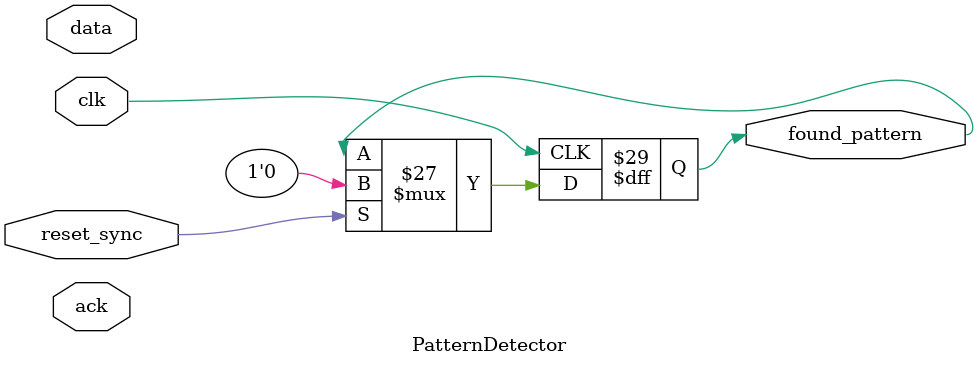
<source format=sv>
`timescale 1ns/1ns
module PatternDetector (input [7:0] data, input reset_sync, input clk, input ack, output logic found_pattern);							
parameter init= 3'd0,    //initial state, looking for b
			 s_b=3'd1,		//b found, looking for o
			 s_o=3'd2,		//o found, looking for a
			 s_a=3'd3,		//a found, looking for b
			 s_bl=3'd4,		//b found when ack low
			 s_bh=3'd5;	   //b found when ack hign	    logic [2:0] cs;

always @ (posedge clk)                 begin

	if(reset_sync) begin cs<=init; 
	found_pattern <= 0;
	end
else begin
	case(cs) 
	init: begin	if (data==98) begin cs<= s_b; end
					else begin cs <= init; end
			end
	s_b: begin
					if (data==111) begin cs<= s_o; end //"bo" found so far, looking for a
					else if (data==98) begin cs<= s_b; end //"bb" found, looking for o
					else begin cs <= init; end //the pattern is broken
			end
	s_o: begin
					if (data==97) begin cs<= s_a; end
					else if (data==98) begin cs<= s_b; end
					else begin cs <= init; end
			end
	s_a: begin  if (data==98) begin 		
					if(ack==1) begin
						cs<= s_bh; end 	
					else begin
						cs<= s_bl; end
			end		
					else begin cs <= init; end
			end 
	s_bl: begin if (ack==1) begin cs<= init;
				      found_pattern <= 0;	end
					else begin cs <= s_bl; 
					found_pattern <= 1; 
					end
			end
	s_bh: begin if (ack==0) begin cs<= init;
											found_pattern <= 0;	end
					else begin cs <= s_bh; 
						   found_pattern <= 1;
					end
			end	endcase end 	end 	endmodule
			

</source>
